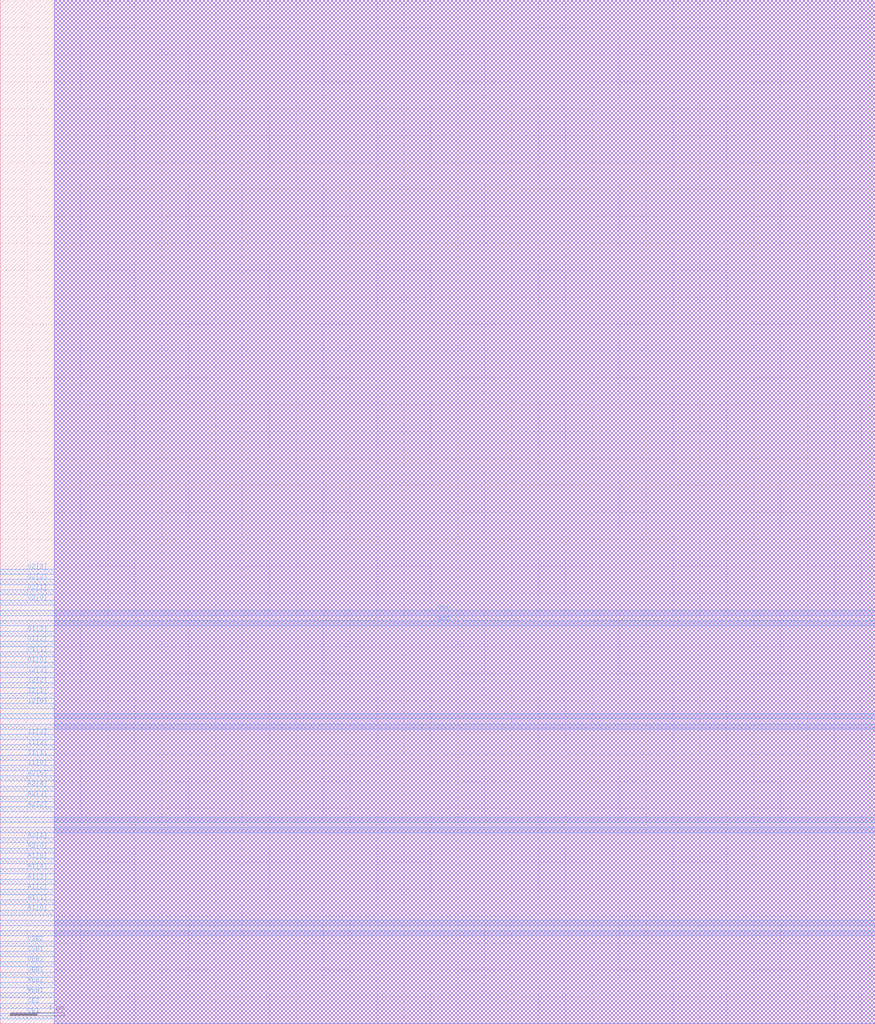
<source format=lef>
VERSION 5.6 ;
BUSBITCHARS "[]" ;
DIVIDERCHAR "/" ;

MACRO SRAM2RW64x4
  CLASS BLOCK ;
  ORIGIN 0 0 ;
  FOREIGN SRAM2RW64x4 0 0 ;
  SIZE 65.024 BY 76.088 ;
  SYMMETRY X Y ;
  SITE coreSite ;
  PIN VDD
    DIRECTION INOUT ;
    USE POWER ;
    PORT 
      LAYER M4 ;
        RECT 0.0 6.528 65.024 6.912 ;
        RECT 0.0 14.208 65.024 14.592 ;
        RECT 0.0 21.888 65.024 22.272 ;
        RECT 0.0 29.568 65.024 29.952 ;
    END 
  END VDD
  PIN VSS
    DIRECTION INOUT ;
    USE GROUND ;
    PORT 
      LAYER M4 ;
        RECT 0.0 7.296 65.024 7.68 ;
        RECT 0.0 14.976 65.024 15.36 ;
        RECT 0.0 22.656 65.024 23.04 ;
        RECT 0.0 30.336 65.024 30.72 ;
    END 
  END VSS
  PIN CE1
    DIRECTION INPUT ;
    USE SIGNAL ;
    PORT 
      LAYER M4 ;
        RECT 0.0 0.384 4.0 0.768 ;
    END 
  END CE1
  PIN CE2
    DIRECTION INPUT ;
    USE SIGNAL ;
    PORT 
      LAYER M4 ;
        RECT 0.0 1.152 4.0 1.536 ;
    END 
  END CE2
  PIN WEB1
    DIRECTION INPUT ;
    USE SIGNAL ;
    PORT 
      LAYER M4 ;
        RECT 0.0 1.92 4.0 2.304 ;
    END 
  END WEB1
  PIN WEB2
    DIRECTION INPUT ;
    USE SIGNAL ;
    PORT 
      LAYER M4 ;
        RECT 0.0 2.688 4.0 3.072 ;
    END 
  END WEB2
  PIN OEB1
    DIRECTION INPUT ;
    USE SIGNAL ;
    PORT 
      LAYER M4 ;
        RECT 0.0 3.456 4.0 3.84 ;
    END 
  END OEB1
  PIN OEB2
    DIRECTION INPUT ;
    USE SIGNAL ;
    PORT 
      LAYER M4 ;
        RECT 0.0 4.224 4.0 4.608 ;
    END 
  END OEB2
  PIN CSB1
    DIRECTION INPUT ;
    USE SIGNAL ;
    PORT 
      LAYER M4 ;
        RECT 0.0 4.992 4.0 5.376 ;
    END 
  END CSB1
  PIN CSB2
    DIRECTION INPUT ;
    USE SIGNAL ;
    PORT 
      LAYER M4 ;
        RECT 0.0 5.76 4.0 6.144 ;
    END 
  END CSB2
  PIN A1[0]
    DIRECTION INPUT ;
    USE SIGNAL ;
    PORT 
      LAYER M4 ;
        RECT 0.0 8.064 4.0 8.448 ;
    END 
  END A1[0]
  PIN A1[1]
    DIRECTION INPUT ;
    USE SIGNAL ;
    PORT 
      LAYER M4 ;
        RECT 0.0 8.832 4.0 9.216 ;
    END 
  END A1[1]
  PIN A1[2]
    DIRECTION INPUT ;
    USE SIGNAL ;
    PORT 
      LAYER M4 ;
        RECT 0.0 9.6 4.0 9.984 ;
    END 
  END A1[2]
  PIN A1[3]
    DIRECTION INPUT ;
    USE SIGNAL ;
    PORT 
      LAYER M4 ;
        RECT 0.0 10.368 4.0 10.752 ;
    END 
  END A1[3]
  PIN A1[4]
    DIRECTION INPUT ;
    USE SIGNAL ;
    PORT 
      LAYER M4 ;
        RECT 0.0 11.136 4.0 11.52 ;
    END 
  END A1[4]
  PIN A1[5]
    DIRECTION INPUT ;
    USE SIGNAL ;
    PORT 
      LAYER M4 ;
        RECT 0.0 11.904 4.0 12.288 ;
    END 
  END A1[5]
  PIN A2[0]
    DIRECTION INPUT ;
    USE SIGNAL ;
    PORT 
      LAYER M4 ;
        RECT 0.0 12.672 4.0 13.056 ;
    END 
  END A2[0]
  PIN A2[1]
    DIRECTION INPUT ;
    USE SIGNAL ;
    PORT 
      LAYER M4 ;
        RECT 0.0 13.44 4.0 13.824 ;
    END 
  END A2[1]
  PIN A2[2]
    DIRECTION INPUT ;
    USE SIGNAL ;
    PORT 
      LAYER M4 ;
        RECT 0.0 15.744 4.0 16.128 ;
    END 
  END A2[2]
  PIN A2[3]
    DIRECTION INPUT ;
    USE SIGNAL ;
    PORT 
      LAYER M4 ;
        RECT 0.0 16.512 4.0 16.896 ;
    END 
  END A2[3]
  PIN A2[4]
    DIRECTION INPUT ;
    USE SIGNAL ;
    PORT 
      LAYER M4 ;
        RECT 0.0 17.28 4.0 17.664 ;
    END 
  END A2[4]
  PIN A2[5]
    DIRECTION INPUT ;
    USE SIGNAL ;
    PORT 
      LAYER M4 ;
        RECT 0.0 18.048 4.0 18.432 ;
    END 
  END A2[5]
  PIN I1[0]
    DIRECTION INPUT ;
    USE SIGNAL ;
    PORT 
      LAYER M4 ;
        RECT 0.0 18.816 4.0 19.2 ;
    END 
  END I1[0]
  PIN I1[1]
    DIRECTION INPUT ;
    USE SIGNAL ;
    PORT 
      LAYER M4 ;
        RECT 0.0 19.584 4.0 19.968 ;
    END 
  END I1[1]
  PIN I1[2]
    DIRECTION INPUT ;
    USE SIGNAL ;
    PORT 
      LAYER M4 ;
        RECT 0.0 20.352 4.0 20.736 ;
    END 
  END I1[2]
  PIN I1[3]
    DIRECTION INPUT ;
    USE SIGNAL ;
    PORT 
      LAYER M4 ;
        RECT 0.0 21.12 4.0 21.504 ;
    END 
  END I1[3]
  PIN I2[0]
    DIRECTION INPUT ;
    USE SIGNAL ;
    PORT 
      LAYER M4 ;
        RECT 0.0 23.424 4.0 23.808 ;
    END 
  END I2[0]
  PIN I2[1]
    DIRECTION INPUT ;
    USE SIGNAL ;
    PORT 
      LAYER M4 ;
        RECT 0.0 24.192 4.0 24.576 ;
    END 
  END I2[1]
  PIN I2[2]
    DIRECTION INPUT ;
    USE SIGNAL ;
    PORT 
      LAYER M4 ;
        RECT 0.0 24.96 4.0 25.344 ;
    END 
  END I2[2]
  PIN I2[3]
    DIRECTION INPUT ;
    USE SIGNAL ;
    PORT 
      LAYER M4 ;
        RECT 0.0 25.728 4.0 26.112 ;
    END 
  END I2[3]
  PIN O1[0]
    DIRECTION OUTPUT ;
    USE SIGNAL ;
    PORT 
      LAYER M4 ;
        RECT 0.0 26.496 4.0 26.88 ;
    END 
  END O1[0]
  PIN O1[1]
    DIRECTION OUTPUT ;
    USE SIGNAL ;
    PORT 
      LAYER M4 ;
        RECT 0.0 27.264 4.0 27.648 ;
    END 
  END O1[1]
  PIN O1[2]
    DIRECTION OUTPUT ;
    USE SIGNAL ;
    PORT 
      LAYER M4 ;
        RECT 0.0 28.032 4.0 28.416 ;
    END 
  END O1[2]
  PIN O1[3]
    DIRECTION OUTPUT ;
    USE SIGNAL ;
    PORT 
      LAYER M4 ;
        RECT 0.0 28.8 4.0 29.184 ;
    END 
  END O1[3]
  PIN O2[0]
    DIRECTION OUTPUT ;
    USE SIGNAL ;
    PORT 
      LAYER M4 ;
        RECT 0.0 31.104 4.0 31.488 ;
    END 
  END O2[0]
  PIN O2[1]
    DIRECTION OUTPUT ;
    USE SIGNAL ;
    PORT 
      LAYER M4 ;
        RECT 0.0 31.872 4.0 32.256 ;
    END 
  END O2[1]
  PIN O2[2]
    DIRECTION OUTPUT ;
    USE SIGNAL ;
    PORT 
      LAYER M4 ;
        RECT 0.0 32.64 4.0 33.024 ;
    END 
  END O2[2]
  PIN O2[3]
    DIRECTION OUTPUT ;
    USE SIGNAL ;
    PORT 
      LAYER M4 ;
        RECT 0.0 33.408 4.0 33.792 ;
    END 
  END O2[3]
  OBS 
    LAYER M1 ;
      RECT 4.0 0.0 65.024 76.088 ;
    LAYER M2 ;
      RECT 4.0 0.0 65.024 76.088 ;
    LAYER M3 ;
      RECT 4.0 0.0 65.024 76.088 ;
  END 
END SRAM2RW64x4

END LIBRARY
</source>
